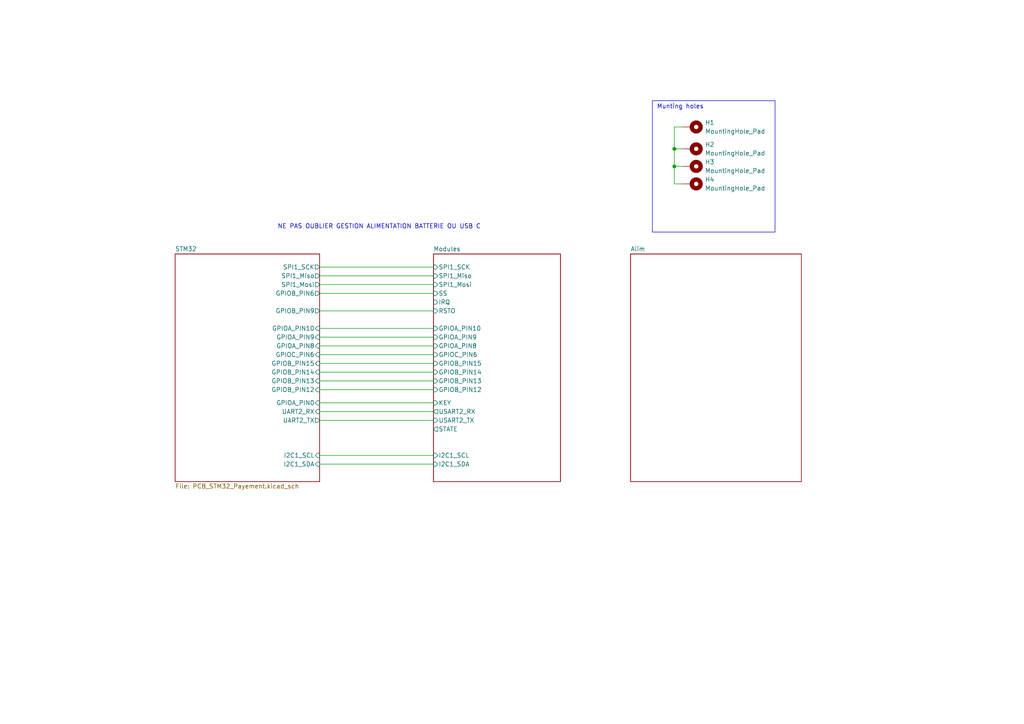
<source format=kicad_sch>
(kicad_sch
	(version 20231120)
	(generator "eeschema")
	(generator_version "8.0")
	(uuid "48ddf8d7-54b6-4c34-8554-2bb8e32bda4b")
	(paper "A4")
	(lib_symbols
		(symbol "Mechanical:MountingHole_Pad"
			(pin_numbers hide)
			(pin_names
				(offset 1.016) hide)
			(exclude_from_sim no)
			(in_bom yes)
			(on_board yes)
			(property "Reference" "H"
				(at 0 6.35 0)
				(effects
					(font
						(size 1.27 1.27)
					)
				)
			)
			(property "Value" "MountingHole_Pad"
				(at 0 4.445 0)
				(effects
					(font
						(size 1.27 1.27)
					)
				)
			)
			(property "Footprint" ""
				(at 0 0 0)
				(effects
					(font
						(size 1.27 1.27)
					)
					(hide yes)
				)
			)
			(property "Datasheet" "~"
				(at 0 0 0)
				(effects
					(font
						(size 1.27 1.27)
					)
					(hide yes)
				)
			)
			(property "Description" "Mounting Hole with connection"
				(at 0 0 0)
				(effects
					(font
						(size 1.27 1.27)
					)
					(hide yes)
				)
			)
			(property "ki_keywords" "mounting hole"
				(at 0 0 0)
				(effects
					(font
						(size 1.27 1.27)
					)
					(hide yes)
				)
			)
			(property "ki_fp_filters" "MountingHole*Pad*"
				(at 0 0 0)
				(effects
					(font
						(size 1.27 1.27)
					)
					(hide yes)
				)
			)
			(symbol "MountingHole_Pad_0_1"
				(circle
					(center 0 1.27)
					(radius 1.27)
					(stroke
						(width 1.27)
						(type default)
					)
					(fill
						(type none)
					)
				)
			)
			(symbol "MountingHole_Pad_1_1"
				(pin input line
					(at 0 -2.54 90)
					(length 2.54)
					(name "1"
						(effects
							(font
								(size 1.27 1.27)
							)
						)
					)
					(number "1"
						(effects
							(font
								(size 1.27 1.27)
							)
						)
					)
				)
			)
		)
	)
	(junction
		(at 195.58 43.18)
		(diameter 0)
		(color 0 0 0 0)
		(uuid "b26b66f3-95e2-4138-8def-764bd532ff0f")
	)
	(junction
		(at 195.58 48.26)
		(diameter 0)
		(color 0 0 0 0)
		(uuid "db991f3b-76bb-4ba1-b7f1-8cb22e976ae6")
	)
	(wire
		(pts
			(xy 198.12 36.83) (xy 195.58 36.83)
		)
		(stroke
			(width 0)
			(type default)
		)
		(uuid "03d346f6-f4ff-47f0-af31-1f72b3b725a0")
	)
	(wire
		(pts
			(xy 198.12 48.26) (xy 195.58 48.26)
		)
		(stroke
			(width 0)
			(type default)
		)
		(uuid "0db82035-480c-4add-a874-04d80c02f1f7")
	)
	(wire
		(pts
			(xy 92.71 85.09) (xy 125.73 85.09)
		)
		(stroke
			(width 0)
			(type default)
		)
		(uuid "2fca42d2-b357-43b4-a492-a82cc6b083f8")
	)
	(wire
		(pts
			(xy 92.71 113.03) (xy 125.73 113.03)
		)
		(stroke
			(width 0)
			(type default)
		)
		(uuid "442f295f-ba4c-48a4-b4b5-dc558aa6b61d")
	)
	(wire
		(pts
			(xy 92.71 121.92) (xy 125.73 121.92)
		)
		(stroke
			(width 0)
			(type default)
		)
		(uuid "4a1ad231-a2bc-44ef-a0da-62bad368aae6")
	)
	(wire
		(pts
			(xy 195.58 43.18) (xy 198.12 43.18)
		)
		(stroke
			(width 0)
			(type default)
		)
		(uuid "4de8e585-6e3c-4108-a51f-666ec47e0d2b")
	)
	(wire
		(pts
			(xy 92.71 90.17) (xy 125.73 90.17)
		)
		(stroke
			(width 0)
			(type default)
		)
		(uuid "4e8b6d80-5835-4f5d-9c39-7fc2a8022232")
	)
	(wire
		(pts
			(xy 92.71 119.38) (xy 125.73 119.38)
		)
		(stroke
			(width 0)
			(type default)
		)
		(uuid "6a0d21a6-67cf-4c4f-ae54-b8e8ebd031fc")
	)
	(wire
		(pts
			(xy 92.71 132.08) (xy 125.73 132.08)
		)
		(stroke
			(width 0)
			(type default)
		)
		(uuid "6a7f041c-6437-44c7-b3b4-be85bb7aae4a")
	)
	(wire
		(pts
			(xy 195.58 48.26) (xy 195.58 43.18)
		)
		(stroke
			(width 0)
			(type default)
		)
		(uuid "6bb4bf33-ba9e-4705-9384-04405d6478a8")
	)
	(wire
		(pts
			(xy 92.71 100.33) (xy 125.73 100.33)
		)
		(stroke
			(width 0)
			(type default)
		)
		(uuid "78ee11be-9045-410b-950f-0fb61cc089c9")
	)
	(wire
		(pts
			(xy 92.71 134.62) (xy 125.73 134.62)
		)
		(stroke
			(width 0)
			(type default)
		)
		(uuid "83061960-5d12-44b9-a378-92d9672eb17a")
	)
	(wire
		(pts
			(xy 92.71 107.95) (xy 125.73 107.95)
		)
		(stroke
			(width 0)
			(type default)
		)
		(uuid "869d8a82-771e-4d24-b1f2-8f1ca490bdb1")
	)
	(wire
		(pts
			(xy 92.71 105.41) (xy 125.73 105.41)
		)
		(stroke
			(width 0)
			(type default)
		)
		(uuid "8a19b5f4-dd05-432f-b7a1-f8f450df3e1e")
	)
	(wire
		(pts
			(xy 195.58 36.83) (xy 195.58 43.18)
		)
		(stroke
			(width 0)
			(type default)
		)
		(uuid "8bac8dee-b22e-45af-af34-23baa61cf107")
	)
	(wire
		(pts
			(xy 92.71 77.47) (xy 125.73 77.47)
		)
		(stroke
			(width 0)
			(type default)
		)
		(uuid "9aa1fdb7-dd91-4144-8ffd-3efccb7ea8d1")
	)
	(wire
		(pts
			(xy 92.71 97.79) (xy 125.73 97.79)
		)
		(stroke
			(width 0)
			(type default)
		)
		(uuid "9d03f6da-5acd-4ac0-b454-3e0cc7de758c")
	)
	(wire
		(pts
			(xy 198.12 53.34) (xy 195.58 53.34)
		)
		(stroke
			(width 0)
			(type default)
		)
		(uuid "9ebf072c-7b2e-4638-ad17-b003a2b07d5c")
	)
	(wire
		(pts
			(xy 92.71 95.25) (xy 125.73 95.25)
		)
		(stroke
			(width 0)
			(type default)
		)
		(uuid "a6874f36-994f-45c7-869f-4056b36731db")
	)
	(wire
		(pts
			(xy 92.71 82.55) (xy 125.73 82.55)
		)
		(stroke
			(width 0)
			(type default)
		)
		(uuid "be456111-a51d-4c21-96eb-9ed162fdb791")
	)
	(wire
		(pts
			(xy 92.71 110.49) (xy 125.73 110.49)
		)
		(stroke
			(width 0)
			(type default)
		)
		(uuid "bf4bec57-2016-4f15-95f9-b69081824d05")
	)
	(wire
		(pts
			(xy 92.71 102.87) (xy 125.73 102.87)
		)
		(stroke
			(width 0)
			(type default)
		)
		(uuid "c5efd7b5-3cc6-4680-9126-4bfe7453e161")
	)
	(wire
		(pts
			(xy 195.58 53.34) (xy 195.58 48.26)
		)
		(stroke
			(width 0)
			(type default)
		)
		(uuid "dd1dc417-3646-4406-a84e-c4734ded5b26")
	)
	(wire
		(pts
			(xy 92.71 80.01) (xy 125.73 80.01)
		)
		(stroke
			(width 0)
			(type default)
		)
		(uuid "e4dab804-726c-4662-86f5-93a796fc6448")
	)
	(wire
		(pts
			(xy 92.71 116.84) (xy 125.73 116.84)
		)
		(stroke
			(width 0)
			(type default)
		)
		(uuid "f0f6d8e7-d865-45e5-91f9-b9a2968b731b")
	)
	(rectangle
		(start 189.23 29.21)
		(end 224.79 67.31)
		(stroke
			(width 0)
			(type default)
		)
		(fill
			(type none)
		)
		(uuid fa84a1a2-38b4-42d7-bdc7-4773aab7829c)
	)
	(text "Munting holes\n"
		(exclude_from_sim no)
		(at 190.5 31.75 0)
		(effects
			(font
				(size 1.27 1.27)
			)
			(justify left bottom)
		)
		(uuid "7a953e84-c623-48b9-b255-9217bcff9895")
	)
	(text "NE PAS OUBLIER GESTION ALIMENTATION BATTERIE OU USB C\n"
		(exclude_from_sim no)
		(at 109.982 65.786 0)
		(effects
			(font
				(size 1.27 1.27)
			)
		)
		(uuid "efd9fb6d-27a9-45e6-ac44-058a17d455af")
	)
	(symbol
		(lib_id "Mechanical:MountingHole_Pad")
		(at 200.66 53.34 270)
		(unit 1)
		(exclude_from_sim no)
		(in_bom yes)
		(on_board yes)
		(dnp no)
		(fields_autoplaced yes)
		(uuid "0f707dd7-a3f1-4f7d-9bd5-cecde97abf4b")
		(property "Reference" "H4"
			(at 204.47 52.07 90)
			(effects
				(font
					(size 1.27 1.27)
				)
				(justify left)
			)
		)
		(property "Value" "MountingHole_Pad"
			(at 204.47 54.61 90)
			(effects
				(font
					(size 1.27 1.27)
				)
				(justify left)
			)
		)
		(property "Footprint" "MountingHole:MountingHole_2.7mm_M2.5_Pad"
			(at 200.66 53.34 0)
			(effects
				(font
					(size 1.27 1.27)
				)
				(hide yes)
			)
		)
		(property "Datasheet" "~"
			(at 200.66 53.34 0)
			(effects
				(font
					(size 1.27 1.27)
				)
				(hide yes)
			)
		)
		(property "Description" ""
			(at 200.66 53.34 0)
			(effects
				(font
					(size 1.27 1.27)
				)
				(hide yes)
			)
		)
		(pin "1"
			(uuid "cbef76ed-6d48-47d9-bde0-bc90ff530e33")
		)
		(instances
			(project "PCB_Module_Payement"
				(path "/48ddf8d7-54b6-4c34-8554-2bb8e32bda4b"
					(reference "H4")
					(unit 1)
				)
			)
		)
	)
	(symbol
		(lib_id "Mechanical:MountingHole_Pad")
		(at 200.66 43.18 270)
		(unit 1)
		(exclude_from_sim no)
		(in_bom yes)
		(on_board yes)
		(dnp no)
		(fields_autoplaced yes)
		(uuid "7d225c59-2628-477b-bddf-e4a6f5f30888")
		(property "Reference" "H2"
			(at 204.47 41.91 90)
			(effects
				(font
					(size 1.27 1.27)
				)
				(justify left)
			)
		)
		(property "Value" "MountingHole_Pad"
			(at 204.47 44.45 90)
			(effects
				(font
					(size 1.27 1.27)
				)
				(justify left)
			)
		)
		(property "Footprint" "MountingHole:MountingHole_2.7mm_M2.5_Pad"
			(at 200.66 43.18 0)
			(effects
				(font
					(size 1.27 1.27)
				)
				(hide yes)
			)
		)
		(property "Datasheet" "~"
			(at 200.66 43.18 0)
			(effects
				(font
					(size 1.27 1.27)
				)
				(hide yes)
			)
		)
		(property "Description" ""
			(at 200.66 43.18 0)
			(effects
				(font
					(size 1.27 1.27)
				)
				(hide yes)
			)
		)
		(pin "1"
			(uuid "aa989806-a569-441a-9976-719d2a1ce9ff")
		)
		(instances
			(project "PCB_Module_Payement"
				(path "/48ddf8d7-54b6-4c34-8554-2bb8e32bda4b"
					(reference "H2")
					(unit 1)
				)
			)
		)
	)
	(symbol
		(lib_id "Mechanical:MountingHole_Pad")
		(at 200.66 36.83 270)
		(unit 1)
		(exclude_from_sim no)
		(in_bom yes)
		(on_board yes)
		(dnp no)
		(fields_autoplaced yes)
		(uuid "d6c1e07e-0475-4144-ac33-547c18af2170")
		(property "Reference" "H1"
			(at 204.47 35.56 90)
			(effects
				(font
					(size 1.27 1.27)
				)
				(justify left)
			)
		)
		(property "Value" "MountingHole_Pad"
			(at 204.47 38.1 90)
			(effects
				(font
					(size 1.27 1.27)
				)
				(justify left)
			)
		)
		(property "Footprint" "MountingHole:MountingHole_2.7mm_M2.5_Pad"
			(at 200.66 36.83 0)
			(effects
				(font
					(size 1.27 1.27)
				)
				(hide yes)
			)
		)
		(property "Datasheet" "~"
			(at 200.66 36.83 0)
			(effects
				(font
					(size 1.27 1.27)
				)
				(hide yes)
			)
		)
		(property "Description" ""
			(at 200.66 36.83 0)
			(effects
				(font
					(size 1.27 1.27)
				)
				(hide yes)
			)
		)
		(pin "1"
			(uuid "7c173eb1-0209-4f58-a458-3ecc662108f1")
		)
		(instances
			(project "PCB_Module_Payement"
				(path "/48ddf8d7-54b6-4c34-8554-2bb8e32bda4b"
					(reference "H1")
					(unit 1)
				)
			)
		)
	)
	(symbol
		(lib_id "Mechanical:MountingHole_Pad")
		(at 200.66 48.26 270)
		(unit 1)
		(exclude_from_sim no)
		(in_bom yes)
		(on_board yes)
		(dnp no)
		(fields_autoplaced yes)
		(uuid "fa64b75b-c9b4-44dc-b736-9b6f8e89c038")
		(property "Reference" "H3"
			(at 204.47 46.99 90)
			(effects
				(font
					(size 1.27 1.27)
				)
				(justify left)
			)
		)
		(property "Value" "MountingHole_Pad"
			(at 204.47 49.53 90)
			(effects
				(font
					(size 1.27 1.27)
				)
				(justify left)
			)
		)
		(property "Footprint" "MountingHole:MountingHole_2.7mm_M2.5_Pad"
			(at 200.66 48.26 0)
			(effects
				(font
					(size 1.27 1.27)
				)
				(hide yes)
			)
		)
		(property "Datasheet" "~"
			(at 200.66 48.26 0)
			(effects
				(font
					(size 1.27 1.27)
				)
				(hide yes)
			)
		)
		(property "Description" ""
			(at 200.66 48.26 0)
			(effects
				(font
					(size 1.27 1.27)
				)
				(hide yes)
			)
		)
		(pin "1"
			(uuid "647aa8eb-0a0b-4720-abf5-f806df8b5f46")
		)
		(instances
			(project "PCB_Module_Payement"
				(path "/48ddf8d7-54b6-4c34-8554-2bb8e32bda4b"
					(reference "H3")
					(unit 1)
				)
			)
		)
	)
	(sheet
		(at 50.8 73.66)
		(size 41.91 66.04)
		(fields_autoplaced yes)
		(stroke
			(width 0.1524)
			(type solid)
		)
		(fill
			(color 0 0 0 0.0000)
		)
		(uuid "4297e777-4524-43e2-ba7d-23dc84cbbad0")
		(property "Sheetname" "STM32"
			(at 50.8 72.9484 0)
			(effects
				(font
					(size 1.27 1.27)
				)
				(justify left bottom)
			)
		)
		(property "Sheetfile" "PCB_STM32_Payement.kicad_sch"
			(at 50.8 140.2846 0)
			(effects
				(font
					(size 1.27 1.27)
				)
				(justify left top)
			)
		)
		(pin "GPIOC_PIN6" input
			(at 92.71 102.87 0)
			(effects
				(font
					(size 1.27 1.27)
				)
				(justify right)
			)
			(uuid "3daafdc7-e5a5-49d2-aa3e-fbb5477cea9c")
		)
		(pin "GPIOA_PIN0" input
			(at 92.71 116.84 0)
			(effects
				(font
					(size 1.27 1.27)
				)
				(justify right)
			)
			(uuid "cfac1ac2-6534-4c96-9328-01d3c3454240")
		)
		(pin "UART2_RX" input
			(at 92.71 119.38 0)
			(effects
				(font
					(size 1.27 1.27)
				)
				(justify right)
			)
			(uuid "da8b8245-af68-48f0-95cc-c158bb071b39")
		)
		(pin "UART2_TX" output
			(at 92.71 121.92 0)
			(effects
				(font
					(size 1.27 1.27)
				)
				(justify right)
			)
			(uuid "5bbfecbc-cabc-43e0-8a4f-83d4598beb7f")
		)
		(pin "GPIOA_PIN10" input
			(at 92.71 95.25 0)
			(effects
				(font
					(size 1.27 1.27)
				)
				(justify right)
			)
			(uuid "5f083f83-a15c-49b7-9ef0-336b49bf9e64")
		)
		(pin "GPIOA_PIN8" input
			(at 92.71 100.33 0)
			(effects
				(font
					(size 1.27 1.27)
				)
				(justify right)
			)
			(uuid "0e9f0dc5-da1c-4834-b5d7-f3a7ca2b59cf")
		)
		(pin "GPIOA_PIN9" input
			(at 92.71 97.79 0)
			(effects
				(font
					(size 1.27 1.27)
				)
				(justify right)
			)
			(uuid "0cf117e5-9780-4313-b65c-4eece38560c6")
		)
		(pin "I2C1_SDA" input
			(at 92.71 134.62 0)
			(effects
				(font
					(size 1.27 1.27)
				)
				(justify right)
			)
			(uuid "22726ec3-8078-4d43-a0ef-0a5ac342bc11")
		)
		(pin "I2C1_SCL" input
			(at 92.71 132.08 0)
			(effects
				(font
					(size 1.27 1.27)
				)
				(justify right)
			)
			(uuid "275b5f4c-16e8-4798-a74b-d163efbc9297")
		)
		(pin "SPI1_Miso" output
			(at 92.71 80.01 0)
			(effects
				(font
					(size 1.27 1.27)
				)
				(justify right)
			)
			(uuid "65eb91e4-832f-4e13-8ae5-b874261eb8cb")
		)
		(pin "SPI1_SCK" output
			(at 92.71 77.47 0)
			(effects
				(font
					(size 1.27 1.27)
				)
				(justify right)
			)
			(uuid "668fb82f-3ea3-454c-9ed9-c55ad8d8bcee")
		)
		(pin "GPIOB_PIN9" output
			(at 92.71 90.17 0)
			(effects
				(font
					(size 1.27 1.27)
				)
				(justify right)
			)
			(uuid "ecc72683-dc06-460a-8834-44c5399d1e10")
		)
		(pin "GPIOB_PIN15" input
			(at 92.71 105.41 0)
			(effects
				(font
					(size 1.27 1.27)
				)
				(justify right)
			)
			(uuid "461557e4-5390-49a0-8b98-4e41eb4fd4df")
		)
		(pin "GPIOB_PIN13" input
			(at 92.71 110.49 0)
			(effects
				(font
					(size 1.27 1.27)
				)
				(justify right)
			)
			(uuid "121683af-3613-4ead-af7f-dde0ba0e1ced")
		)
		(pin "GPIOB_PIN14" input
			(at 92.71 107.95 0)
			(effects
				(font
					(size 1.27 1.27)
				)
				(justify right)
			)
			(uuid "b3b177c2-135e-47ee-a1cb-991016931a22")
		)
		(pin "GPIOB_PIN12" input
			(at 92.71 113.03 0)
			(effects
				(font
					(size 1.27 1.27)
				)
				(justify right)
			)
			(uuid "38dc8692-5209-4699-8264-759fca411129")
		)
		(pin "GPIOB_PIN6" output
			(at 92.71 85.09 0)
			(effects
				(font
					(size 1.27 1.27)
				)
				(justify right)
			)
			(uuid "00e8fd18-8c1d-4947-8522-cf80eb7163c4")
		)
		(pin "SPI1_Mosi" output
			(at 92.71 82.55 0)
			(effects
				(font
					(size 1.27 1.27)
				)
				(justify right)
			)
			(uuid "4427fd8a-dd4c-4767-be99-5632fcda61d9")
		)
		(instances
			(project "PCB_Module_Payement"
				(path "/48ddf8d7-54b6-4c34-8554-2bb8e32bda4b"
					(page "2")
				)
			)
		)
	)
	(sheet
		(at 125.73 73.66)
		(size 36.83 66.04)
		(fields_autoplaced yes)
		(stroke
			(width 0.1524)
			(type solid)
		)
		(fill
			(color 0 0 0 0.0000)
		)
		(uuid "9cac3b02-6fd8-40b5-8eac-d08f1fb9f7d0")
		(property "Sheetname" "Modules"
			(at 125.73 72.9484 0)
			(effects
				(font
					(size 1.27 1.27)
				)
				(justify left bottom)
			)
		)
		(property "Sheetfile" "Modules_pcb_caisse.kicad_sch"
			(at 125.73 140.2846 0)
			(effects
				(font
					(size 1.27 1.27)
				)
				(justify left top)
				(hide yes)
			)
		)
		(pin "GPIOB_PIN13" input
			(at 125.73 110.49 180)
			(effects
				(font
					(size 1.27 1.27)
				)
				(justify left)
			)
			(uuid "b2598e8d-ab01-41ae-8c39-ba855e0e9156")
		)
		(pin "GPIOA_PIN8" input
			(at 125.73 100.33 180)
			(effects
				(font
					(size 1.27 1.27)
				)
				(justify left)
			)
			(uuid "93574f06-4b47-4ba6-8c9e-acccbc515a85")
		)
		(pin "I2C1_SCL" input
			(at 125.73 132.08 180)
			(effects
				(font
					(size 1.27 1.27)
				)
				(justify left)
			)
			(uuid "a3f3223c-85f1-492c-8040-d4d051248597")
		)
		(pin "I2C1_SDA" input
			(at 125.73 134.62 180)
			(effects
				(font
					(size 1.27 1.27)
				)
				(justify left)
			)
			(uuid "96b76249-3bd3-4ba2-84a4-bfbaa1ac350c")
		)
		(pin "GPIOA_PIN10" input
			(at 125.73 95.25 180)
			(effects
				(font
					(size 1.27 1.27)
				)
				(justify left)
			)
			(uuid "08b742a0-1227-4f73-af47-b15e176000a4")
		)
		(pin "GPIOB_PIN15" input
			(at 125.73 105.41 180)
			(effects
				(font
					(size 1.27 1.27)
				)
				(justify left)
			)
			(uuid "def35081-0bd1-4f0d-9709-5e4be6c80fda")
		)
		(pin "SPI1_Miso" input
			(at 125.73 80.01 180)
			(effects
				(font
					(size 1.27 1.27)
				)
				(justify left)
			)
			(uuid "0ead2e50-e759-4915-a8c9-592f8bee1621")
		)
		(pin "SPI1_Mosi" input
			(at 125.73 82.55 180)
			(effects
				(font
					(size 1.27 1.27)
				)
				(justify left)
			)
			(uuid "7065d6c8-0d4b-41a7-b17e-9010a28ad478")
		)
		(pin "SPI1_SCK" input
			(at 125.73 77.47 180)
			(effects
				(font
					(size 1.27 1.27)
				)
				(justify left)
			)
			(uuid "291de136-e759-42da-abb8-1df3f22c531f")
		)
		(pin "USART2_TX" input
			(at 125.73 121.92 180)
			(effects
				(font
					(size 1.27 1.27)
				)
				(justify left)
			)
			(uuid "92adba37-802f-43f6-9e46-73d3c1c809ae")
		)
		(pin "USART2_RX" output
			(at 125.73 119.38 180)
			(effects
				(font
					(size 1.27 1.27)
				)
				(justify left)
			)
			(uuid "25e0e253-bfdd-4dec-b70f-3fe3e6208d21")
		)
		(pin "GPIOC_PIN6" input
			(at 125.73 102.87 180)
			(effects
				(font
					(size 1.27 1.27)
				)
				(justify left)
			)
			(uuid "ea2bd03f-5254-49df-b0aa-a5c7378437c0")
		)
		(pin "GPIOB_PIN12" input
			(at 125.73 113.03 180)
			(effects
				(font
					(size 1.27 1.27)
				)
				(justify left)
			)
			(uuid "7e6fd642-e9e4-4caf-8879-9a0c17ad1094")
		)
		(pin "GPIOA_PIN9" input
			(at 125.73 97.79 180)
			(effects
				(font
					(size 1.27 1.27)
				)
				(justify left)
			)
			(uuid "8ea6ac67-a8ff-4058-bcba-33f5bc958c73")
		)
		(pin "GPIOB_PIN14" input
			(at 125.73 107.95 180)
			(effects
				(font
					(size 1.27 1.27)
				)
				(justify left)
			)
			(uuid "96e754be-aa05-40a5-8fa4-4c8ee1bb8a53")
		)
		(pin "SS" input
			(at 125.73 85.09 180)
			(effects
				(font
					(size 1.27 1.27)
				)
				(justify left)
			)
			(uuid "48a67dda-7117-4ec1-926d-a90a6dbf644e")
		)
		(pin "IRQ" input
			(at 125.73 87.63 180)
			(effects
				(font
					(size 1.27 1.27)
				)
				(justify left)
			)
			(uuid "3cce439a-6a99-4690-b70f-fd195e17696c")
		)
		(pin "RSTO" input
			(at 125.73 90.17 180)
			(effects
				(font
					(size 1.27 1.27)
				)
				(justify left)
			)
			(uuid "75d0f81e-fa55-4eb6-a64b-efe1f48a3cd4")
		)
		(pin "STATE" output
			(at 125.73 124.46 180)
			(effects
				(font
					(size 1.27 1.27)
				)
				(justify left)
			)
			(uuid "0f97b69e-734d-4150-aede-28cec82e31c8")
		)
		(pin "KEY" input
			(at 125.73 116.84 180)
			(effects
				(font
					(size 1.27 1.27)
				)
				(justify left)
			)
			(uuid "81848932-df21-4473-9e41-520a07eed96e")
		)
		(instances
			(project "PCB_Module_Payement"
				(path "/48ddf8d7-54b6-4c34-8554-2bb8e32bda4b"
					(page "4")
				)
			)
		)
	)
	(sheet
		(at 182.88 73.66)
		(size 49.53 66.04)
		(fields_autoplaced yes)
		(stroke
			(width 0.1524)
			(type solid)
		)
		(fill
			(color 0 0 0 0.0000)
		)
		(uuid "ac7e33cb-006f-48f6-93b0-aad0d3b0876b")
		(property "Sheetname" "Alim"
			(at 182.88 72.9484 0)
			(effects
				(font
					(size 1.27 1.27)
				)
				(justify left bottom)
			)
		)
		(property "Sheetfile" "untitled.kicad_sch"
			(at 182.88 140.2846 0)
			(effects
				(font
					(size 1.27 1.27)
				)
				(justify left top)
				(hide yes)
			)
		)
		(instances
			(project "PCB_Module_Payement"
				(path "/48ddf8d7-54b6-4c34-8554-2bb8e32bda4b"
					(page "3")
				)
			)
		)
	)
	(sheet_instances
		(path "/"
			(page "1")
		)
	)
)

</source>
